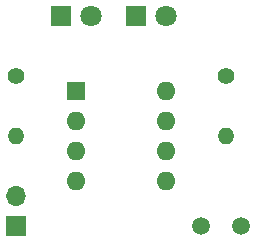
<source format=gbr>
%TF.GenerationSoftware,KiCad,Pcbnew,(5.1.9)-1*%
%TF.CreationDate,2021-03-23T22:57:24+05:30*%
%TF.ProjectId,Project1,50726f6a-6563-4743-912e-6b696361645f,rev?*%
%TF.SameCoordinates,Original*%
%TF.FileFunction,Soldermask,Top*%
%TF.FilePolarity,Negative*%
%FSLAX46Y46*%
G04 Gerber Fmt 4.6, Leading zero omitted, Abs format (unit mm)*
G04 Created by KiCad (PCBNEW (5.1.9)-1) date 2021-03-23 22:57:24*
%MOMM*%
%LPD*%
G01*
G04 APERTURE LIST*
%ADD10O,1.700000X1.700000*%
%ADD11R,1.700000X1.700000*%
%ADD12O,1.600000X1.600000*%
%ADD13R,1.600000X1.600000*%
%ADD14O,1.400000X1.400000*%
%ADD15C,1.400000*%
%ADD16C,1.500000*%
%ADD17C,1.800000*%
%ADD18R,1.800000X1.800000*%
G04 APERTURE END LIST*
D10*
%TO.C,VCC1*%
X133350000Y-86360000D03*
D11*
X133350000Y-88900000D03*
%TD*%
D12*
%TO.C,U1*%
X146050000Y-77470000D03*
X138430000Y-85090000D03*
X146050000Y-80010000D03*
X138430000Y-82550000D03*
X146050000Y-82550000D03*
X138430000Y-80010000D03*
X146050000Y-85090000D03*
D13*
X138430000Y-77470000D03*
%TD*%
D14*
%TO.C,R3*%
X151130000Y-81280000D03*
D15*
X151130000Y-76200000D03*
%TD*%
D14*
%TO.C,R2*%
X133350000Y-81280000D03*
D15*
X133350000Y-76200000D03*
%TD*%
D16*
%TO.C,R1*%
X149000000Y-88900000D03*
X152400000Y-88900000D03*
%TD*%
D17*
%TO.C,D2*%
X139700000Y-71120000D03*
D18*
X137160000Y-71120000D03*
%TD*%
D17*
%TO.C,D1*%
X146050000Y-71120000D03*
D18*
X143510000Y-71120000D03*
%TD*%
M02*

</source>
